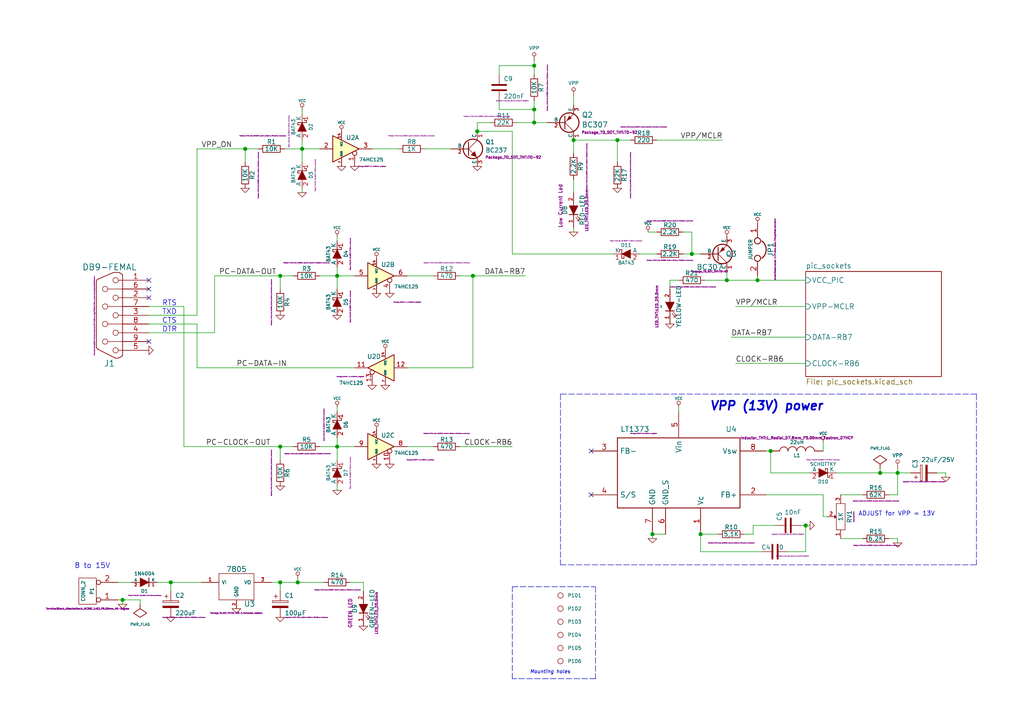
<source format=kicad_sch>
(kicad_sch (version 20241209) (generator "eeschema") (generator_version "9.0")
  (paper "A4")
  (title_block (title "JDM - COM84 PIC Programmer with 13V DC/DC converter") (date "05 jan 2014") (rev "2") (company "KiCad"))
  (lib_symbols
    (symbol "pic_programmer_schlib:74LS125" (pin_names (offset 0.254))
      (property "Reference" "U" (at 5.08 3.81 0))
      (property "Value" "74LS125" (at 7.62 -2.54 0))
      (symbol "74LS125_0_0"
        (pin power_in line (at -1.27 5.08 270) (length 2.54) (name "VCC") (number "14"))
        (pin power_in line (at -1.27 -5.08 90) (length 2.54) (name "GND") (number "7"))
      )
      (symbol "74LS125_1_0"
        (pin input line (at -7.62 0 0) (length 3.81) (name "~") (number "2"))
        (pin input inverted (at 2.54 -5.08 90) (length 4.445) (name "~") (number "1"))
        (pin tri_state line (at 7.62 0 180) (length 3.81) (name "~") (number "3"))
      )
      (symbol "74LS125_2_0"
        (pin input line (at -7.62 0 0) (length 3.81) (name "~") (number "5"))
        (pin input inverted (at 2.54 -5.08 90) (length 4.445) (name "~") (number "4"))
        (pin tri_state line (at 7.62 0 180) (length 3.81) (name "~") (number "6"))
      )
      (symbol "74LS125_3_0"
        (pin input line (at -7.62 0 0) (length 3.81) (name "~") (number "9"))
        (pin input inverted (at 2.54 -5.08 90) (length 4.445) (name "~") (number "10"))
        (pin tri_state line (at 7.62 0 180) (length 3.81) (name "~") (number "8"))
      )
      (symbol "74LS125_4_0"
        (pin input line (at -7.62 0 0) (length 3.81) (name "~") (number "12"))
        (pin input inverted (at 2.54 -5.08 90) (length 4.445) (name "~") (number "13"))
        (pin tri_state line (at 7.62 0 180) (length 3.81) (name "~") (number "11"))
      )
    )
    (symbol "pic_programmer_schlib:7805" (pin_names (offset 0.762))
      (property "Reference" "U" (at 3.81 -4.9784 0))
      (property "Value" "7805" (at 0 5.08 0))
      (symbol "7805_1_1"
        (pin input line (at -10.16 1.27 0) (length 5.08) (name "VI") (number "1"))
        (pin input line (at 0 -6.35 90) (length 2.54) (name "GND") (number "2"))
        (pin power_out line (at 10.16 1.27 180) (length 5.08) (name "VO") (number "3"))
      )
    )
    (symbol "pic_programmer_schlib:BC237" (pin_names (offset 0))
      (property "Reference" "Q" (at 0 -3.81 0))
      (property "Value" "BC237" (at 0 3.81 0))
      (property "Footprint" "Package_TO_SOT_THT:TO-92" (at -2.54 -5.08 0))
      (symbol "BC237_1_1"
        (pin input line (at -5.08 0 0) (length 5.08) (name "B") (number "2"))
        (pin passive line (at 2.54 5.08 270) (length 2.54) (name "C") (number "1"))
        (pin passive line (at 2.54 -5.08 90) (length 2.54) (name "E") (number "3"))
      )
    )
    (symbol "pic_programmer_schlib:BC307" (pin_names (offset 0))
      (property "Reference" "Q" (at -1.27 -3.81 0))
      (property "Value" "BC307" (at 0 3.81 0))
      (property "Footprint" "Package_TO_SOT_THT:TO-92" (at -2.54 -5.08 0))
      (symbol "BC307_1_1"
        (pin input line (at -5.08 0 0) (length 5.08) (name "B") (number "2"))
        (pin passive line (at 2.54 5.08 270) (length 2.54) (name "C") (number "1"))
        (pin passive line (at 2.54 -5.08 90) (length 2.54) (name "E") (number "3"))
      )
    )
    (symbol "pic_programmer_schlib:C" (pin_numbers (hide yes)) (pin_names (offset 0.254))
      (property "Reference" "C" (at 0.635 2.54 0))
      (property "Value" "C" (at 0.635 -2.54 0))
      (symbol "C_1_1"
        (pin passive line (at 0 3.81 270) (length 2.794) (name "~") (number "1"))
        (pin passive line (at 0 -3.81 90) (length 2.794) (name "~") (number "2"))
      )
    )
    (symbol "pic_programmer_schlib:CONN_2" (pin_names (offset 1.016) (hide yes))
      (property "Reference" "P" (at -1.27 0 90))
      (property "Value" "CONN_2" (at 1.27 0 90))
      (symbol "CONN_2_1_1"
        (pin passive inverted (at -8.89 2.54 0) (length 6.35) (name "P1") (number "1"))
        (pin passive inverted (at -8.89 -2.54 0) (length 6.35) (name "PM") (number "2"))
      )
    )
    (symbol "pic_programmer_schlib:CP" (pin_numbers (hide yes)) (pin_names (offset 0.254))
      (property "Reference" "C" (at 0.635 2.54 0))
      (property "Value" "CP" (at 0.635 -2.54 0))
      (symbol "CP_1_1"
        (pin passive line (at 0 3.81 270) (length 2.794) (name "~") (number "1"))
        (pin passive line (at 0 -3.81 90) (length 2.794) (name "~") (number "2"))
      )
    )
    (symbol "pic_programmer_schlib:D" (pin_names (offset 0))
      (property "Reference" "D" (at 0 2.54 0))
      (property "Value" "D" (at 0 -2.54 0))
      (symbol "D_1_1"
        (pin passive line (at -3.81 0 0) (length 2.54) (name "K") (number "1"))
        (pin passive line (at 3.81 0 180) (length 2.54) (name "A") (number "2"))
      )
    )
    (symbol "pic_programmer_schlib:DB9" (pin_names (offset 1.016) (hide yes))
      (property "Reference" "J" (at 0 13.97 0))
      (property "Value" "DB9" (at 0 -13.97 0))
      (symbol "DB9_1_1"
        (pin passive line (at -11.43 10.16 0) (length 7.62) (name "5") (number "5"))
        (pin passive line (at -11.43 7.62 0) (length 7.62) (name "P9") (number "9"))
        (pin passive line (at -11.43 5.08 0) (length 7.62) (name "4") (number "4"))
        (pin passive line (at -11.43 2.54 0) (length 7.62) (name "P8") (number "8"))
        (pin passive line (at -11.43 0 0) (length 7.62) (name "3") (number "3"))
        (pin passive line (at -11.43 -2.54 0) (length 7.62) (name "P7") (number "7"))
        (pin passive line (at -11.43 -5.08 0) (length 7.62) (name "2") (number "2"))
        (pin passive line (at -11.43 -7.62 0) (length 7.62) (name "P6") (number "6"))
        (pin passive line (at -11.43 -10.16 0) (length 7.62) (name "1") (number "1"))
      )
    )
    (symbol "pic_programmer_schlib:D_Schottky" (pin_names (offset 0))
      (property "Reference" "D" (at 0 2.54 0))
      (property "Value" "D_Schottky" (at 0 -2.54 0))
      (symbol "D_Schottky_1_1"
        (pin passive line (at -3.81 0 0) (length 2.54) (name "K") (number "1"))
        (pin passive line (at 3.81 0 180) (length 2.54) (name "A") (number "2"))
      )
    )
    (symbol "pic_programmer_schlib:GND" (power) (pin_names (offset 0))
      (symbol "GND_1_1"
        (pin power_in line (at 0 0 90) (length 0) (hide yes) (name "GND") (number "1"))
      )
    )
    (symbol "pic_programmer_schlib:INDUCTOR" (pin_numbers (hide yes)) (pin_names (offset 1.016) (hide yes))
      (property "Reference" "L" (at -1.27 0 90))
      (property "Value" "INDUCTOR" (at 2.54 0 90))
      (symbol "INDUCTOR_1_1"
        (pin passive line (at 0 7.62 270) (length 2.54) (name "1") (number "1"))
        (pin passive line (at 0 -7.62 90) (length 2.54) (name "2") (number "2"))
      )
    )
    (symbol "pic_programmer_schlib:JUMPER" (pin_names (offset 0.762) (hide yes))
      (property "Reference" "JP" (at 0 3.81 0))
      (property "Value" "JUMPER" (at 0 -2.032 0))
      (symbol "JUMPER_0_1"
        (pin passive line (at -7.62 0 0) (length 4.191) (name "1") (number "1"))
        (pin passive line (at 7.62 0 180) (length 4.191) (name "2") (number "2"))
      )
    )
    (symbol "pic_programmer_schlib:LED" (pin_names (offset 1.016) (hide yes))
      (property "Reference" "D" (at 0 2.54 0))
      (property "Value" "LED" (at 0 -2.54 0))
      (symbol "LED_1_1"
        (pin passive line (at -5.08 0 0) (length 3.81) (name "K") (number "1"))
        (pin passive line (at 5.08 0 180) (length 3.81) (name "A") (number "2"))
      )
    )
    (symbol "pic_programmer_schlib:LT1373" (pin_names (offset 0.762))
      (property "Reference" "U" (at 15.24 12.7 0))
      (property "Value" "LT1373" (at -12.7 12.7 0))
      (symbol "LT1373_1_1"
        (pin passive line (at -25.4 6.35 0) (length 7.62) (name "FB-") (number "3"))
        (pin passive line (at -25.4 -6.35 0) (length 7.62) (name "S/S") (number "4"))
        (pin input line (at -7.62 -17.78 90) (length 7.62) (name "GND") (number "7"))
        (pin input line (at -3.81 -17.78 90) (length 7.62) (name "GND_S") (number "6"))
        (pin power_in line (at 0 17.78 270) (length 7.62) (name "Vin") (number "5"))
        (pin input line (at 6.35 -17.78 90) (length 7.62) (name "Vc") (number "1"))
        (pin input line (at 25.4 6.35 180) (length 7.62) (name "Vsw") (number "8"))
        (pin input line (at 25.4 -6.35 180) (length 7.62) (name "FB+") (number "2"))
      )
    )
    (symbol "pic_programmer_schlib:MOUNTING_HOLE" (pin_numbers (hide yes)) (pin_names (offset 0.762) (hide yes))
      (property "Reference" "P" (at 2.032 0 0))
    )
    (symbol "pic_programmer_schlib:POT" (pin_names (offset 1.016) (hide yes))
      (property "Reference" "RV" (at 0 -2.54 0))
      (property "Value" "POT" (at 0 0 0))
      (symbol "POT_1_1"
        (pin passive line (at -6.35 0 0) (length 2.54) (name "1") (number "1"))
        (pin passive line (at 0 3.81 270) (length 2.032) (name "2") (number "2"))
        (pin passive line (at 6.35 0 180) (length 2.54) (name "3") (number "3"))
      )
    )
    (symbol "pic_programmer_schlib:PWR_FLAG" (power) (pin_numbers (hide yes)) (pin_names (offset 0) (hide yes))
      (property "Value" "PWR_FLAG" (at 0 4.572 0))
      (symbol "PWR_FLAG_0_0"
        (pin power_out line (at 0 0 90) (length 0) (name "pwr") (number "1"))
      )
    )
    (symbol "pic_programmer_schlib:R" (pin_numbers (hide yes)) (pin_names (offset 0))
      (property "Reference" "R" (at 2.032 0 90))
      (property "Value" "R" (at 0 0 90))
      (symbol "R_1_1"
        (pin passive line (at 0 3.81 270) (length 1.27) (name "~") (number "1"))
        (pin passive line (at 0 -3.81 90) (length 1.27) (name "~") (number "2"))
      )
    )
    (symbol "pic_programmer_schlib:VCC" (power) (pin_names (offset 0))
      (property "Value" "VCC" (at 0 2.54 0))
      (symbol "VCC_0_0"
        (pin power_in line (at 0 0 90) (length 0) (hide yes) (name "VCC") (number "1"))
      )
    )
    (symbol "pic_programmer_schlib:VPP" (pin_names (offset 0))
      (property "Value" "VPP" (at 0 3.81 0))
      (symbol "VPP_0_0"
        (pin power_in line (at 0 0 90) (length 0) (hide yes) (name "VPP") (number "1"))
      )
    )
  )
  (text "ADJUST for VPP = 13V" (at 248.92 149.86 0) (effects (font (size 1.27 1.27)) (justify left bottom)))
  (text "8 to 15V" (at 21.59 165.1 0) (effects (font (size 1.524 1.524)) (justify left bottom)))
  (text "VPP (13V) power" (at 205.74 119.38 0) (effects (font (size 2.54 2.54) (thickness 0.508) (bold yes) (italic yes)) (justify left bottom)))
  (text "RTS" (at 46.99 88.9 0) (effects (font (size 1.524 1.524)) (justify left bottom)))
  (text "TXD" (at 46.99 91.44 0) (effects (font (size 1.524 1.524)) (justify left bottom)))
  (text "CTS" (at 46.99 93.98 0) (effects (font (size 1.524 1.524)) (justify left bottom)))
  (text "DTR" (at 46.99 96.52 0) (effects (font (size 1.524 1.524)) (justify left bottom)))
  (text "Mounting holes" (at 153.67 195.58 0) (effects (font (size 1.016 1.016) (italic yes)) (justify left bottom)))
  (junction (at 81.28 80.01) (diameter 1.016))
  (junction (at 97.79 129.54) (diameter 1.016))
  (junction (at 179.07 40.64) (diameter 1.016))
  (junction (at 35.56 173.99) (diameter 1.016))
  (junction (at 255.27 137.16) (diameter 1.016))
  (junction (at 71.12 43.18) (diameter 1.016))
  (junction (at 260.35 137.16) (diameter 1.016))
  (junction (at 154.94 31.75) (diameter 1.016))
  (junction (at 87.63 43.18) (diameter 1.016))
  (junction (at 166.37 40.64) (diameter 1.016))
  (junction (at 203.2 154.94) (diameter 1.016))
  (junction (at 81.28 168.91) (diameter 1.016))
  (junction (at 86.36 168.91) (diameter 1.016))
  (junction (at 137.16 80.01) (diameter 1.016))
  (junction (at 223.52 130.81) (diameter 1.016))
  (junction (at 49.53 168.91) (diameter 1.016))
  (junction (at 97.79 80.01) (diameter 1.016))
  (junction (at 138.43 38.1) (diameter 1.016))
  (junction (at 154.94 35.56) (diameter 1.016))
  (junction (at 81.28 129.54) (diameter 1.016))
  (junction (at 219.71 81.28) (diameter 1.016))
  (junction (at 189.23 154.94) (diameter 1.016))
  (junction (at 200.66 73.66) (diameter 1.016))
  (junction (at 210.82 81.28) (diameter 1.016))
  (junction (at 233.68 152.4) (diameter 1.016))
  (junction (at 154.94 19.05) (diameter 1.016))
  (no_connect (at 171.45 130.81))
  (no_connect (at 43.18 81.28))
  (no_connect (at 43.18 86.36))
  (no_connect (at 43.18 99.06))
  (no_connect (at 43.18 83.82))
  (no_connect (at 171.45 143.51))
  (wire (pts (xy 87.63 43.18) (xy 87.63 46.99)))
  (polyline (pts (xy 172.72 196.85) (xy 148.59 196.85)) (stroke (width 0) (type dash)))
  (wire (pts (xy 97.79 129.54) (xy 102.87 129.54)))
  (wire (pts (xy 102.87 106.68) (xy 57.15 106.68)))
  (wire (pts (xy 250.19 156.21) (xy 243.84 156.21)))
  (wire (pts (xy 105.41 168.91) (xy 101.6 168.91)))
  (wire (pts (xy 57.15 106.68) (xy 57.15 93.98)))
  (wire (pts (xy 250.19 143.51) (xy 243.84 143.51)))
  (wire (pts (xy 38.1 168.91) (xy 34.29 168.91)))
  (wire (pts (xy 234.95 137.16) (xy 223.52 137.16)))
  (wire (pts (xy 166.37 66.04) (xy 166.37 67.31)))
  (wire (pts (xy 133.35 80.01) (xy 137.16 80.01)))
  (wire (pts (xy 260.35 137.16) (xy 260.35 143.51)))
  (wire (pts (xy 208.28 154.94) (xy 203.2 154.94)))
  (wire (pts (xy 138.43 35.56) (xy 142.24 35.56)))
  (wire (pts (xy 255.27 137.16) (xy 260.35 137.16)))
  (wire (pts (xy 260.35 156.21) (xy 260.35 157.48)))
  (wire (pts (xy 200.66 73.66) (xy 200.66 67.31)))
  (wire (pts (xy 92.71 129.54) (xy 97.79 129.54)))
  (wire (pts (xy 200.66 67.31) (xy 198.12 67.31)))
  (wire (pts (xy 130.81 43.18) (xy 123.19 43.18)))
  (wire (pts (xy 97.79 68.58) (xy 97.79 69.85)))
  (wire (pts (xy 86.36 168.91) (xy 86.36 167.64)))
  (wire (pts (xy 35.56 173.99) (xy 40.64 173.99)))
  (wire (pts (xy 274.32 137.16) (xy 274.32 138.43)))
  (wire (pts (xy 179.07 46.99) (xy 179.07 40.64)))
  (wire (pts (xy 232.41 152.4) (xy 233.68 152.4)))
  (wire (pts (xy 271.78 137.16) (xy 274.32 137.16)))
  (wire (pts (xy 189.23 154.94) (xy 193.04 154.94)))
  (wire (pts (xy 198.12 73.66) (xy 200.66 73.66)))
  (wire (pts (xy 43.18 93.98) (xy 57.15 93.98)))
  (wire (pts (xy 138.43 35.56) (xy 138.43 38.1)))
  (wire (pts (xy 144.78 19.05) (xy 154.94 19.05)))
  (wire (pts (xy 57.15 91.44) (xy 43.18 91.44)))
  (wire (pts (xy 233.68 152.4) (xy 234.95 152.4)))
  (wire (pts (xy 81.28 80.01) (xy 85.09 80.01)))
  (wire (pts (xy 138.43 38.1) (xy 148.59 38.1)))
  (wire (pts (xy 148.59 73.66) (xy 177.8 73.66)))
  (wire (pts (xy 35.56 175.26) (xy 35.56 173.99)))
  (wire (pts (xy 137.16 80.01) (xy 152.4 80.01)))
  (wire (pts (xy 81.28 168.91) (xy 86.36 168.91)))
  (wire (pts (xy 233.68 105.41) (xy 213.36 105.41)))
  (wire (pts (xy 238.76 149.86) (xy 238.76 143.51)))
  (wire (pts (xy 118.11 80.01) (xy 125.73 80.01)))
  (wire (pts (xy 204.47 81.28) (xy 210.82 81.28)))
  (wire (pts (xy 49.53 171.45) (xy 49.53 168.91)))
  (wire (pts (xy 210.82 81.28) (xy 210.82 78.74)))
  (wire (pts (xy 53.34 129.54) (xy 81.28 129.54)))
  (wire (pts (xy 78.74 168.91) (xy 81.28 168.91)))
  (wire (pts (xy 190.5 40.64) (xy 209.55 40.64)))
  (wire (pts (xy 154.94 29.21) (xy 154.94 31.75)))
  (wire (pts (xy 148.59 38.1) (xy 148.59 73.66)))
  (wire (pts (xy 210.82 81.28) (xy 219.71 81.28)))
  (wire (pts (xy 87.63 54.61) (xy 87.63 55.88)))
  (wire (pts (xy 187.96 67.31) (xy 190.5 67.31)))
  (wire (pts (xy 240.03 149.86) (xy 238.76 149.86)))
  (wire (pts (xy 194.31 83.82) (xy 194.31 81.28)))
  (wire (pts (xy 189.23 156.21) (xy 189.23 154.94)))
  (wire (pts (xy 115.57 43.18) (xy 107.95 43.18)))
  (wire (pts (xy 238.76 128.27) (xy 238.76 130.81)))
  (wire (pts (xy 34.29 173.99) (xy 35.56 173.99)))
  (wire (pts (xy 228.6 160.02) (xy 233.68 160.02)))
  (polyline (pts (xy 283.21 114.3) (xy 283.21 163.83)) (stroke (width 0) (type dash)))
  (wire (pts (xy 71.12 43.18) (xy 74.93 43.18)))
  (wire (pts (xy 260.35 137.16) (xy 264.16 137.16)))
  (wire (pts (xy 203.2 160.02) (xy 220.98 160.02)))
  (wire (pts (xy 166.37 30.48) (xy 166.37 27.94)))
  (wire (pts (xy 86.36 168.91) (xy 93.98 168.91)))
  (wire (pts (xy 219.71 81.28) (xy 233.68 81.28)))
  (wire (pts (xy 97.79 77.47) (xy 97.79 80.01)))
  (wire (pts (xy 57.15 43.18) (xy 71.12 43.18)))
  (wire (pts (xy 260.35 156.21) (xy 257.81 156.21)))
  (wire (pts (xy 233.68 160.02) (xy 233.68 152.4)))
  (wire (pts (xy 62.23 96.52) (xy 62.23 80.01)))
  (wire (pts (xy 53.34 88.9) (xy 43.18 88.9)))
  (wire (pts (xy 62.23 96.52) (xy 43.18 96.52)))
  (wire (pts (xy 213.36 88.9) (xy 233.68 88.9)))
  (wire (pts (xy 212.09 97.79) (xy 233.68 97.79)))
  (wire (pts (xy 154.94 31.75) (xy 154.94 35.56)))
  (polyline (pts (xy 148.59 196.85) (xy 148.59 170.18)) (stroke (width 0) (type dash)))
  (wire (pts (xy 149.86 35.56) (xy 154.94 35.56)))
  (wire (pts (xy 87.63 33.02) (xy 87.63 31.75)))
  (wire (pts (xy 137.16 106.68) (xy 137.16 80.01)))
  (wire (pts (xy 218.44 152.4) (xy 218.44 154.94)))
  (wire (pts (xy 144.78 19.05) (xy 144.78 21.59)))
  (wire (pts (xy 57.15 43.18) (xy 57.15 91.44)))
  (wire (pts (xy 200.66 73.66) (xy 203.2 73.66)))
  (wire (pts (xy 144.78 31.75) (xy 154.94 31.75)))
  (wire (pts (xy 45.72 168.91) (xy 49.53 168.91)))
  (polyline (pts (xy 172.72 170.18) (xy 172.72 196.85)) (stroke (width 0) (type dash)))
  (wire (pts (xy 219.71 81.28) (xy 219.71 80.01)))
  (wire (pts (xy 223.52 137.16) (xy 223.52 130.81)))
  (wire (pts (xy 81.28 129.54) (xy 85.09 129.54)))
  (wire (pts (xy 148.59 129.54) (xy 133.35 129.54)))
  (wire (pts (xy 97.79 80.01) (xy 97.79 83.82)))
  (wire (pts (xy 97.79 80.01) (xy 102.87 80.01)))
  (wire (pts (xy 154.94 17.78) (xy 154.94 19.05)))
  (wire (pts (xy 166.37 40.64) (xy 179.07 40.64)))
  (wire (pts (xy 203.2 154.94) (xy 203.2 160.02)))
  (wire (pts (xy 87.63 43.18) (xy 92.71 43.18)))
  (wire (pts (xy 260.35 143.51) (xy 257.81 143.51)))
  (wire (pts (xy 194.31 81.28) (xy 196.85 81.28)))
  (wire (pts (xy 166.37 40.64) (xy 166.37 44.45)))
  (wire (pts (xy 179.07 40.64) (xy 182.88 40.64)))
  (wire (pts (xy 105.41 171.45) (xy 105.41 168.91)))
  (wire (pts (xy 81.28 133.35) (xy 81.28 129.54)))
  (polyline (pts (xy 162.56 163.83) (xy 283.21 163.83)) (stroke (width 0) (type dash)))
  (wire (pts (xy 260.35 135.89) (xy 260.35 137.16)))
  (wire (pts (xy 53.34 129.54) (xy 53.34 88.9)))
  (wire (pts (xy 81.28 83.82) (xy 81.28 80.01)))
  (wire (pts (xy 154.94 35.56) (xy 158.75 35.56)))
  (wire (pts (xy 62.23 80.01) (xy 81.28 80.01)))
  (wire (pts (xy 87.63 40.64) (xy 87.63 43.18)))
  (wire (pts (xy 190.5 73.66) (xy 185.42 73.66)))
  (wire (pts (xy 81.28 168.91) (xy 81.28 171.45)))
  (wire (pts (xy 224.79 152.4) (xy 218.44 152.4)))
  (wire (pts (xy 255.27 135.89) (xy 255.27 137.16)))
  (polyline (pts (xy 162.56 114.3) (xy 162.56 163.83)) (stroke (width 0) (type dash)))
  (wire (pts (xy 97.79 142.24) (xy 97.79 140.97)))
  (wire (pts (xy 144.78 29.21) (xy 144.78 31.75)))
  (wire (pts (xy 118.11 106.68) (xy 137.16 106.68)))
  (wire (pts (xy 92.71 80.01) (xy 97.79 80.01)))
  (wire (pts (xy 82.55 43.18) (xy 87.63 43.18)))
  (wire (pts (xy 218.44 154.94) (xy 215.9 154.94)))
  (wire (pts (xy 166.37 52.07) (xy 166.37 55.88)))
  (wire (pts (xy 40.64 173.99) (xy 40.64 175.26)))
  (wire (pts (xy 125.73 129.54) (xy 118.11 129.54)))
  (wire (pts (xy 97.79 119.38) (xy 97.79 118.11)))
  (polyline (pts (xy 148.59 170.18) (xy 172.72 170.18)) (stroke (width 0) (type dash)))
  (wire (pts (xy 97.79 129.54) (xy 97.79 133.35)))
  (wire (pts (xy 97.79 127) (xy 97.79 129.54)))
  (wire (pts (xy 196.85 119.38) (xy 196.85 118.11)))
  (wire (pts (xy 242.57 137.16) (xy 255.27 137.16)))
  (wire (pts (xy 154.94 19.05) (xy 154.94 21.59)))
  (wire (pts (xy 223.52 130.81) (xy 222.25 130.81)))
  (wire (pts (xy 49.53 168.91) (xy 58.42 168.91)))
  (wire (pts (xy 71.12 46.99) (xy 71.12 43.18)))
  (wire (pts (xy 238.76 143.51) (xy 222.25 143.51)))
  (polyline (pts (xy 283.21 114.3) (xy 162.56 114.3)) (stroke (width 0) (type dash)))
  (label "DATA-RB7" (at 152.4 80.01 180) (effects (font (size 1.524 1.524))))
  (label "CLOCK-RB6" (at 148.59 129.54 180) (effects (font (size 1.524 1.524))))
  (label "PC-DATA-IN" (at 68.58 106.68 0) (effects (font (size 1.524 1.524))))
  (label "CLOCK-RB6" (at 213.36 105.41 0) (effects (font (size 1.524 1.524))))
  (label "PC-DATA-OUT" (at 63.5 80.01 0) (effects (font (size 1.524 1.524))))
  (label "VPP{slash}MCLR" (at 209.55 40.64 180) (effects (font (size 1.524 1.524))))
  (label "VPP_ON" (at 58.42 43.18 0) (effects (font (size 1.524 1.524))))
  (label "PC-CLOCK-OUT" (at 59.69 129.54 0) (effects (font (size 1.524 1.524))))
  (label "VPP/MCLR" (at 213.36 88.9 0) (effects (font (size 1.524 1.524))))
  (label "DATA-RB7" (at 212.09 97.79 0) (effects (font (size 1.524 1.524))))
  (symbol (lib_id "pic_programmer_schlib:DB9") (at 31.75 91.44 180) (unit 1)
    (property "Reference" "J1" (at 31.75 105.41 0) (effects (font (size 1.778 1.778))))
    (property "Value" "DB9-FEMAL" (at 31.75 77.47 0) (effects (font (size 1.778 1.778))))
    (property "Footprint" "Connector_Dsub:DSUB-9_Female_Horizontal_P2.77x2.84mm_EdgePinOffset7.70mm_Housed_MountingHolesOffset9.12mm" (at 27.3812 91.5416 90) (effects (font (size 0.254 0.254))))
  )
  (symbol (lib_id "pic_programmer_schlib:74LS125") (at 100.33 43.18 0) (unit 1)
    (property "Reference" "U2" (at 100.33 40.64 0) (effects (justify left bottom)))
    (property "Value" "74HC125" (at 104.14 45.72 0) (effects (font (size 1.016 1.016)) (justify left top)))
    (property "Footprint" "Package_DIP:DIP-14_W7.62mm_LongPads" (at 107.95 48.26 0) (effects (font (size 0.254 0.254))))
  )
  (symbol (lib_id "pic_programmer_schlib:R") (at 78.74 43.18 90) (unit 1)
    (property "Reference" "R1" (at 78.74 41.148 90))
    (property "Value" "10K" (at 78.74 43.18 90))
    (property "Footprint" "Resistor_THT:R_Axial_DIN0207_L6.3mm_D2.5mm_P10.16mm_Horizontal" (at 76.2 39.37 90) (effects (font (size 0.254 0.254))))
  )
  (symbol (lib_id "pic_programmer_schlib:R") (at 71.12 50.8 0) (unit 1)
    (property "Reference" "R2" (at 73.152 50.8 90))
    (property "Value" "10K" (at 71.12 50.8 90))
    (property "Footprint" "Resistor_THT:R_Axial_DIN0207_L6.3mm_D2.5mm_P10.16mm_Horizontal" (at 74.93 50.8 90) (effects (font (size 0.254 0.254))))
  )
  (symbol (lib_id "pic_programmer_schlib:D_Schottky") (at 87.63 36.83 270) (unit 1)
    (property "Reference" "D2" (at 90.17 36.83 0) (effects (font (size 1.016 1.016))))
    (property "Value" "BAT43" (at 85.09 36.83 0) (effects (font (size 1.016 1.016))))
    (property "Footprint" "Diode_THT:D_DO-35_SOD27_P7.62mm_Horizontal" (at 83.82 38.1 0) (effects (font (size 0.254 0.254))))
  )
  (symbol (lib_id "pic_programmer_schlib:D_Schottky") (at 87.63 50.8 270) (unit 1)
    (property "Reference" "D3" (at 90.17 50.8 0) (effects (font (size 1.016 1.016))))
    (property "Value" "BAT43" (at 85.09 50.8 0) (effects (font (size 1.016 1.016))))
    (property "Footprint" "Diode_THT:D_DO-35_SOD27_P7.62mm_Horizontal" (at 91.44 50.8 0) (effects (font (size 0.254 0.254))))
  )
  (symbol (lib_id "pic_programmer_schlib:GND") (at 102.87 48.26 0) (unit 1)
    (property "Reference" "#PWR035" (effects (hide yes)))
    (property "Value" "GND" (effects (hide yes)))
  )
  (symbol (lib_id "pic_programmer_schlib:GND") (at 87.63 55.88 0) (unit 1)
    (property "Reference" "#PWR034" (effects (hide yes)))
    (property "Value" "GND" (effects (hide yes)))
  )
  (symbol (lib_id "pic_programmer_schlib:VCC") (at 87.63 31.75 0) (unit 1)
    (property "Reference" "#PWR033" (effects (hide yes)))
    (property "Value" "VCC" (at 87.63 29.21 0) (effects (font (size 0.762 0.762))))
  )
  (symbol (lib_id "pic_programmer_schlib:74LS125") (at 110.49 80.01 0) (unit 2)
    (property "Reference" "U2" (at 110.49 77.47 0) (effects (justify left bottom)))
    (property "Value" "74HC125" (at 114.3 82.55 0) (effects (font (size 1.016 1.016)) (justify left top)))
    (property "Footprint" "Package_DIP:DIP-14_W7.62mm_LongPads" (at 118.11 87.63 0) (effects (font (size 0.254 0.254))))
  )
  (symbol (lib_id "pic_programmer_schlib:R") (at 88.9 80.01 90) (unit 1)
    (property "Reference" "R3" (at 88.9 77.978 90))
    (property "Value" "10K" (at 88.9 80.01 90))
    (property "Footprint" "Resistor_THT:R_Axial_DIN0207_L6.3mm_D2.5mm_P10.16mm_Horizontal" (at 88.9 76.2 90) (effects (font (size 0.254 0.254))))
  )
  (symbol (lib_id "pic_programmer_schlib:R") (at 81.28 87.63 0) (unit 1)
    (property "Reference" "R4" (at 83.312 87.63 90))
    (property "Value" "10K" (at 81.28 87.63 90))
    (property "Footprint" "Resistor_THT:R_Axial_DIN0207_L6.3mm_D2.5mm_P10.16mm_Horizontal" (at 78.74 87.63 90) (effects (font (size 0.254 0.254))))
  )
  (symbol (lib_id "pic_programmer_schlib:D_Schottky") (at 97.79 73.66 270) (unit 1)
    (property "Reference" "D4" (at 100.33 73.66 0) (effects (font (size 1.016 1.016))))
    (property "Value" "BAT43" (at 95.25 73.66 0) (effects (font (size 1.016 1.016))))
    (property "Footprint" "Diode_THT:D_DO-35_SOD27_P7.62mm_Horizontal" (at 101.6 73.66 0) (effects (font (size 0.254 0.254))))
  )
  (symbol (lib_id "pic_programmer_schlib:D_Schottky") (at 97.79 87.63 270) (unit 1)
    (property "Reference" "D5" (at 100.33 87.63 0) (effects (font (size 1.016 1.016))))
    (property "Value" "BAT43" (at 95.25 87.63 0) (effects (font (size 1.016 1.016))))
    (property "Footprint" "Diode_THT:D_DO-35_SOD27_P7.62mm_Horizontal" (at 101.6 88.9 0) (effects (font (size 0.254 0.254))))
  )
  (symbol (lib_id "pic_programmer_schlib:GND") (at 113.03 85.09 0) (unit 1)
    (property "Reference" "#PWR032" (effects (hide yes)))
    (property "Value" "GND" (effects (hide yes)))
  )
  (symbol (lib_id "pic_programmer_schlib:GND") (at 97.79 91.44 0) (unit 1)
    (property "Reference" "#PWR031" (effects (hide yes)))
    (property "Value" "GND" (effects (hide yes)))
  )
  (symbol (lib_id "pic_programmer_schlib:VCC") (at 97.79 68.58 0) (unit 1)
    (property "Reference" "#PWR030" (effects (hide yes)))
    (property "Value" "VCC" (at 97.79 66.04 0) (effects (font (size 0.762 0.762))))
  )
  (symbol (lib_id "pic_programmer_schlib:74LS125") (at 110.49 129.54 0) (unit 3)
    (property "Reference" "U2" (at 110.49 127 0) (effects (justify left bottom)))
    (property "Value" "74HC125" (at 114.3 130.81 0) (effects (font (size 1.016 1.016)) (justify left top)))
    (property "Footprint" "Package_DIP:DIP-14_W7.62mm_LongPads" (at 121.92 133.35 0) (effects (font (size 0.254 0.254))))
  )
  (symbol (lib_id "pic_programmer_schlib:R") (at 88.9 129.54 90) (unit 1)
    (property "Reference" "R5" (at 88.9 127.508 90))
    (property "Value" "10K" (at 88.9 129.54 90))
    (property "Footprint" "Resistor_THT:R_Axial_DIN0207_L6.3mm_D2.5mm_P10.16mm_Horizontal" (at 89.2048 131.572 90) (effects (font (size 0.254 0.254))))
  )
  (symbol (lib_id "pic_programmer_schlib:R") (at 81.28 137.16 0) (unit 1)
    (property "Reference" "R6" (at 83.312 137.16 90))
    (property "Value" "10K" (at 81.28 137.16 90))
    (property "Footprint" "Resistor_THT:R_Axial_DIN0207_L6.3mm_D2.5mm_P10.16mm_Horizontal" (at 78.74 137.16 90) (effects (font (size 0.254 0.254))))
  )
  (symbol (lib_id "pic_programmer_schlib:D_Schottky") (at 97.79 123.19 270) (unit 1)
    (property "Reference" "D6" (at 100.33 123.19 0) (effects (font (size 1.016 1.016))))
    (property "Value" "BAT43" (at 95.25 123.19 0) (effects (font (size 1.016 1.016))))
    (property "Footprint" "Diode_THT:D_DO-35_SOD27_P7.62mm_Horizontal" (at 93.98 123.19 0) (effects (font (size 0.254 0.254))))
  )
  (symbol (lib_id "pic_programmer_schlib:D_Schottky") (at 97.79 137.16 270) (unit 1)
    (property "Reference" "D7" (at 100.33 137.16 0) (effects (font (size 1.016 1.016))))
    (property "Value" "BAT43" (at 95.25 137.16 0) (effects (font (size 1.016 1.016))))
    (property "Footprint" "Diode_THT:D_DO-35_SOD27_P7.62mm_Horizontal" (at 101.6 137.16 0) (effects (font (size 0.254 0.254))))
  )
  (symbol (lib_id "pic_programmer_schlib:GND") (at 113.03 134.62 0) (unit 1)
    (property "Reference" "#PWR029" (effects (hide yes)))
    (property "Value" "GND" (effects (hide yes)))
  )
  (symbol (lib_id "pic_programmer_schlib:GND") (at 97.79 142.24 0) (unit 1)
    (property "Reference" "#PWR028" (effects (hide yes)))
    (property "Value" "GND" (effects (hide yes)))
  )
  (symbol (lib_id "pic_programmer_schlib:VCC") (at 97.79 118.11 0) (unit 1)
    (property "Reference" "#PWR027" (effects (hide yes)))
    (property "Value" "VCC" (at 97.79 115.57 0) (effects (font (size 0.762 0.762))))
  )
  (symbol (lib_id "pic_programmer_schlib:74LS125") (at 110.49 106.68 0) (mirror y) (unit 4)
    (property "Reference" "U2" (at 110.49 104.14 0) (effects (justify left bottom)))
    (property "Value" "74HC125" (at 105.41 110.49 0) (effects (font (size 1.016 1.016)) (justify left top)))
    (property "Footprint" "Package_DIP:DIP-14_W7.62mm_LongPads" (at 101.6 109.22 0) (effects (font (size 0.254 0.254))))
  )
  (symbol (lib_id "pic_programmer_schlib:GND") (at 107.95 111.76 0) (unit 1)
    (property "Reference" "#PWR026" (effects (hide yes)))
    (property "Value" "GND" (effects (hide yes)))
  )
  (symbol (lib_id "pic_programmer_schlib:R") (at 129.54 80.01 90) (unit 1)
    (property "Reference" "R12" (at 129.54 77.978 90))
    (property "Value" "470" (at 129.54 80.01 90))
    (property "Footprint" "Resistor_THT:R_Axial_DIN0207_L6.3mm_D2.5mm_P10.16mm_Horizontal" (at 129.54 76.2 90) (effects (font (size 0.254 0.254))))
  )
  (symbol (lib_id "pic_programmer_schlib:R") (at 129.54 129.54 90) (unit 1)
    (property "Reference" "R13" (at 129.54 127.508 90))
    (property "Value" "470" (at 129.54 129.54 90))
    (property "Footprint" "Resistor_THT:R_Axial_DIN0207_L6.3mm_D2.5mm_P10.16mm_Horizontal" (at 129.54 125.73 90) (effects (font (size 0.254 0.254))))
  )
  (symbol (lib_id "pic_programmer_schlib:R") (at 119.38 43.18 90) (unit 1)
    (property "Reference" "R8" (at 119.38 41.148 90))
    (property "Value" "1K" (at 119.38 43.18 90))
    (property "Footprint" "Resistor_THT:R_Axial_DIN0207_L6.3mm_D2.5mm_P10.16mm_Horizontal" (at 119.38 39.37 90) (effects (font (size 0.254 0.254))))
  )
  (symbol (lib_id "pic_programmer_schlib:GND") (at 81.28 91.44 0) (unit 1)
    (property "Reference" "#PWR025" (effects (hide yes)))
    (property "Value" "GND" (effects (hide yes)))
  )
  (symbol (lib_id "pic_programmer_schlib:GND") (at 81.28 140.97 0) (unit 1)
    (property "Reference" "#PWR024" (effects (hide yes)))
    (property "Value" "GND" (effects (hide yes)))
  )
  (symbol (lib_id "pic_programmer_schlib:GND") (at 71.12 54.61 0) (unit 1)
    (property "Reference" "#PWR023" (effects (hide yes)))
    (property "Value" "GND" (effects (hide yes)))
  )
  (symbol (lib_id "pic_programmer_schlib:GND") (at 43.18 101.6 90) (unit 1)
    (property "Reference" "#PWR022" (effects (hide yes)))
    (property "Value" "GND" (effects (hide yes)))
  )
  (symbol (lib_id "pic_programmer_schlib:BC237") (at 135.89 43.18 0) (unit 1)
    (property "Reference" "Q1" (at 140.7668 41.1642 0) (effects (justify left)))
    (property "Value" "BC237" (at 140.7668 43.5885 0) (effects (justify left)))
    (property "Footprint" "Package_TO_SOT_THT:TO-92" (at 140.7668 45.6043 0) (effects (font (size 0.762 0.762)) (justify left)))
  )
  (symbol (lib_id "pic_programmer_schlib:GND") (at 138.43 48.26 0) (unit 1)
    (property "Reference" "#PWR021" (effects (hide yes)))
    (property "Value" "GND" (effects (hide yes)))
  )
  (symbol (lib_id "pic_programmer_schlib:R") (at 146.05 35.56 90) (unit 1)
    (property "Reference" "R11" (at 146.05 33.528 90))
    (property "Value" "22K" (at 146.05 35.56 90))
    (property "Footprint" "Resistor_THT:R_Axial_DIN0207_L6.3mm_D2.5mm_P10.16mm_Horizontal" (at 141.1986 33.7566 90) (effects (font (size 0.254 0.254))))
  )
  (symbol (lib_id "pic_programmer_schlib:R") (at 154.94 25.4 0) (unit 1)
    (property "Reference" "R7" (at 156.972 25.4 90))
    (property "Value" "10K" (at 154.94 25.4 90))
    (property "Footprint" "Resistor_THT:R_Axial_DIN0207_L6.3mm_D2.5mm_P10.16mm_Horizontal" (at 158.75 25.4 90) (effects (font (size 0.254 0.254))))
  )
  (symbol (lib_id "pic_programmer_schlib:BC307") (at 163.83 35.56 0) (mirror x) (unit 1)
    (property "Reference" "Q2" (at 168.7068 33.3399 0) (effects (font (size 1.524 1.524)) (justify left)))
    (property "Value" "BC307" (at 168.7068 36.1728 0) (effects (font (size 1.524 1.524)) (justify left)))
    (property "Footprint" "Package_TO_SOT_THT:TO-92" (at 168.7068 38.3929 0) (effects (font (size 0.762 0.762)) (justify left)))
  )
  (symbol (lib_id "pic_programmer_schlib:VPP") (at 154.94 17.78 0) (unit 1)
    (property "Reference" "#PWR122" (effects (hide yes)))
    (property "Value" "VPP" (at 154.94 13.97 0) (effects (font (size 1.016 1.016))))
  )
  (symbol (lib_id "pic_programmer_schlib:VPP") (at 166.37 27.94 0) (unit 1)
    (property "Reference" "#PWR123" (effects (hide yes)))
    (property "Value" "VPP" (at 166.37 24.13 0) (effects (font (size 1.016 1.016))))
  )
  (symbol (lib_id "pic_programmer_schlib:R") (at 166.37 48.26 0) (unit 1)
    (property "Reference" "R9" (at 168.402 48.26 90))
    (property "Value" "2.2K" (at 166.37 48.26 90))
    (property "Footprint" "Resistor_THT:R_Axial_DIN0207_L6.3mm_D2.5mm_P10.16mm_Horizontal" (at 170.18 48.26 90) (effects (font (size 0.254 0.254))))
  )
  (symbol (lib_id "pic_programmer_schlib:LED") (at 166.37 60.96 90) (unit 1)
    (property "Reference" "D8" (at 163.83 60.96 0))
    (property "Value" "RED-LED" (at 168.91 60.96 0))
    (property "Footprint" "LED_THT:LED_D5.0mm" (at 170.18 60.96 0) (effects (font (size 0.762 0.762))))
    (property "Champ4" "Low Current Led" (at 162.56 59.69 0) (effects (font (size 1.016 1.016))))
  )
  (symbol (lib_id "pic_programmer_schlib:CONN_2") (at 25.4 171.45 180) (unit 1)
    (property "Reference" "P1" (at 26.67 171.45 90) (effects (font (size 1.016 1.016))))
    (property "Value" "CONN_2" (at 24.13 171.45 90) (effects (font (size 1.016 1.016))))
    (property "Footprint" "TerminalBlock_Altech:Altech_AK300_1x02_P5.00mm_45-Degree" (at 25.4 176.53 0) (effects (font (size 0.508 0.508))))
  )
  (symbol (lib_id "pic_programmer_schlib:D") (at 41.91 168.91 180) (unit 1)
    (property "Reference" "D1" (at 41.91 171.45 0) (effects (font (size 1.016 1.016))))
    (property "Value" "1N4004" (at 41.91 166.37 0) (effects (font (size 1.016 1.016))))
    (property "Footprint" "Diode_THT:D_DO-35_SOD27_P12.70mm_Horizontal" (at 42.0116 172.72 0) (effects (font (size 0.254 0.254))))
  )
  (symbol (lib_id "pic_programmer_schlib:GND") (at 35.56 175.26 0) (unit 1)
    (property "Reference" "#PWR020" (effects (hide yes)))
    (property "Value" "GND" (effects (hide yes)))
  )
  (symbol (lib_id "pic_programmer_schlib:CP") (at 49.53 175.26 0) (unit 1)
    (property "Reference" "C2" (at 50.8 172.72 0) (effects (justify left)))
    (property "Value" "220uF" (at 50.8 177.8 0) (effects (justify left)))
    (property "Footprint" "Capacitor_THT:CP_Axial_L18.0mm_D6.5mm_P25.00mm_Horizontal" (at 53.34 179.07 0) (effects (font (size 0.254 0.254))))
  )
  (symbol (lib_id "pic_programmer_schlib:GND") (at 49.53 179.07 0) (unit 1)
    (property "Reference" "#PWR019" (effects (hide yes)))
    (property "Value" "GND" (effects (hide yes)))
  )
  (symbol (lib_id "pic_programmer_schlib:GND") (at 68.58 176.53 0) (unit 1)
    (property "Reference" "#PWR018" (effects (hide yes)))
    (property "Value" "GND" (effects (hide yes)))
  )
  (symbol (lib_id "pic_programmer_schlib:CP") (at 81.28 175.26 0) (unit 1)
    (property "Reference" "C1" (at 82.55 172.72 0) (effects (justify left)))
    (property "Value" "100µF" (at 82.55 177.8 0) (effects (justify left)))
    (property "Footprint" "Capacitor_THT:CP_Axial_L18.0mm_D6.5mm_P25.00mm_Horizontal" (at 88.9 179.07 0) (effects (font (size 0.254 0.254))))
  )
  (symbol (lib_id "pic_programmer_schlib:GND") (at 81.28 179.07 0) (unit 1)
    (property "Reference" "#PWR017" (effects (hide yes)))
    (property "Value" "GND" (effects (hide yes)))
  )
  (symbol (lib_id "pic_programmer_schlib:R") (at 97.79 168.91 90) (unit 1)
    (property "Reference" "R14" (at 97.79 166.878 90))
    (property "Value" "470" (at 97.79 168.91 90))
    (property "Footprint" "Resistor_THT:R_Axial_DIN0207_L6.3mm_D2.5mm_P10.16mm_Horizontal" (at 97.917 171.069 90) (effects (font (size 0.254 0.254))))
  )
  (symbol (lib_id "pic_programmer_schlib:LED") (at 105.41 176.53 90) (unit 1)
    (property "Reference" "D9" (at 102.87 176.53 0))
    (property "Value" "GREEN-LED" (at 107.95 176.53 0))
    (property "Footprint" "LED_THT:LED_D5.0mm" (at 109.22 177.8 0) (effects (font (size 0.762 0.762))))
    (property "Champ4" "GREEN LED" (at 101.6 177.8 0) (effects (font (size 1.016 1.016))))
  )
  (symbol (lib_id "pic_programmer_schlib:GND") (at 105.41 181.61 0) (unit 1)
    (property "Reference" "#PWR016" (effects (hide yes)))
    (property "Value" "GND" (effects (hide yes)))
  )
  (symbol (lib_id "pic_programmer_schlib:VCC") (at 86.36 167.64 0) (unit 1)
    (property "Reference" "#PWR015" (effects (hide yes)))
    (property "Value" "VCC" (at 86.36 165.1 0) (effects (font (size 0.762 0.762))))
  )
  (symbol (lib_id "pic_programmer_schlib:R") (at 179.07 50.8 0) (unit 1)
    (property "Reference" "R17" (at 181.102 50.8 90))
    (property "Value" "22K" (at 179.07 50.8 90))
    (property "Footprint" "Resistor_THT:R_Axial_DIN0207_L6.3mm_D2.5mm_P10.16mm_Horizontal" (at 182.88 50.8 90) (effects (font (size 0.254 0.254))))
  )
  (symbol (lib_id "pic_programmer_schlib:GND") (at 179.07 54.61 0) (unit 1)
    (property "Reference" "#PWR014" (effects (hide yes)))
    (property "Value" "GND" (effects (hide yes)))
  )
  (symbol (lib_id "pic_programmer_schlib:INDUCTOR") (at 231.14 130.81 90) (unit 1)
    (property "Reference" "L1" (at 231.14 132.08 90) (effects (font (size 1.016 1.016))))
    (property "Value" "22uH" (at 231.14 128.27 90) (effects (font (size 1.016 1.016))))
    (property "Footprint" "Inductor_THT:L_Radial_D7.8mm_P5.00mm_Fastron_07HCP" (at 231.14 127 90) (effects (font (size 0.762 0.762))))
  )
  (symbol (lib_id "pic_programmer_schlib:VCC") (at 196.85 118.11 0) (unit 1)
    (property "Reference" "#PWR013" (effects (hide yes)))
    (property "Value" "VCC" (at 196.85 115.57 0) (effects (font (size 0.762 0.762))))
  )
  (symbol (lib_id "pic_programmer_schlib:GND") (at 189.23 156.21 0) (unit 1)
    (property "Reference" "#PWR012" (effects (hide yes)))
    (property "Value" "GND" (effects (hide yes)))
  )
  (symbol (lib_id "pic_programmer_schlib:VPP") (at 260.35 135.89 0) (unit 1)
    (property "Reference" "#PWR134" (effects (hide yes)))
    (property "Value" "VPP" (at 260.35 132.08 0) (effects (font (size 1.016 1.016))))
  )
  (symbol (lib_id "pic_programmer_schlib:CP") (at 267.97 137.16 90) (unit 1)
    (property "Reference" "C3" (at 265.43 135.89 0) (effects (justify left)))
    (property "Value" "22uF/25V" (at 276.86 133.35 90) (effects (justify left)))
    (property "Footprint" "Capacitor_THT:C_Axial_L12.0mm_D6.5mm_P20.00mm_Horizontal" (at 267.97 139.7 90) (effects (font (size 0.254 0.254))))
  )
  (symbol (lib_id "pic_programmer_schlib:GND") (at 274.32 138.43 0) (unit 1)
    (property "Reference" "#PWR011" (effects (hide yes)))
    (property "Value" "GND" (effects (hide yes)))
  )
  (symbol (lib_id "pic_programmer_schlib:VCC") (at 238.76 128.27 0) (unit 1)
    (property "Reference" "#PWR010" (effects (hide yes)))
    (property "Value" "VCC" (at 238.76 125.73 0) (effects (font (size 0.762 0.762))))
  )
  (symbol (lib_id "pic_programmer_schlib:PWR_FLAG") (at 255.27 135.89 0) (unit 1)
    (property "Reference" "#FLG09" (effects (hide yes)))
    (property "Value" "PWR_FLAG" (at 255.27 130.048 0) (effects (font (size 0.762 0.762))))
  )
  (symbol (lib_id "pic_programmer_schlib:C") (at 228.6 152.4 90) (unit 1)
    (property "Reference" "C5" (at 226.06 151.13 0) (effects (justify left)))
    (property "Value" "10nF" (at 232.41 148.59 90) (effects (justify left)))
    (property "Footprint" "Capacitor_THT:C_Disc_D5.1mm_W3.2mm_P5.00mm" (at 228.6 154.94 90) (effects (font (size 0.254 0.254))))
  )
  (symbol (lib_id "pic_programmer_schlib:GND") (at 234.95 152.4 90) (unit 1)
    (property "Reference" "#PWR08" (effects (hide yes)))
    (property "Value" "GND" (effects (hide yes)))
  )
  (symbol (lib_id "pic_programmer_schlib:R") (at 254 156.21 90) (unit 1)
    (property "Reference" "R15" (at 254 154.178 90))
    (property "Value" "6.2K" (at 254 156.21 90))
    (property "Footprint" "Resistor_THT:R_Axial_DIN0207_L6.3mm_D2.5mm_P10.16mm_Horizontal" (at 254.2286 158.1912 90) (effects (font (size 0.254 0.254))))
  )
  (symbol (lib_id "pic_programmer_schlib:R") (at 254 143.51 90) (unit 1)
    (property "Reference" "R16" (at 254 141.478 90))
    (property "Value" "62K" (at 254 143.51 90))
    (property "Footprint" "Resistor_THT:R_Axial_DIN0207_L6.3mm_D2.5mm_P10.16mm_Horizontal" (at 254.0762 145.3134 90) (effects (font (size 0.254 0.254))))
  )
  (symbol (lib_id "pic_programmer_schlib:GND") (at 260.35 157.48 0) (unit 1)
    (property "Reference" "#PWR07" (effects (hide yes)))
    (property "Value" "GND" (effects (hide yes)))
  )
  (symbol (lib_id "pic_programmer_schlib:LT1373") (at 196.85 137.16 0) (unit 1)
    (property "Reference" "U4" (at 212.09 124.46 0) (effects (font (size 1.524 1.524))))
    (property "Value" "LT1373" (at 184.15 124.46 0) (effects (font (size 1.524 1.524))))
    (property "Footprint" "Package_DIP:DIP-8_W7.62mm_LongPads" (at 186.69 125.73 0) (effects (font (size 0.254 0.254))))
  )
  (symbol (lib_id "pic_programmer_schlib:C") (at 224.79 160.02 90) (unit 1)
    (property "Reference" "C4" (at 223.52 158.75 90) (effects (justify left)))
    (property "Value" "0" (at 227.33 158.75 90) (effects (justify left)))
    (property "Footprint" "Capacitor_THT:C_Disc_D5.1mm_W3.2mm_P5.00mm" (at 229.87 161.29 90) (effects (font (size 0.254 0.254))))
  )
  (symbol (lib_id "pic_programmer_schlib:R") (at 212.09 154.94 90) (unit 1)
    (property "Reference" "R10" (at 212.09 152.908 90))
    (property "Value" "5,1K" (at 212.09 154.94 90))
    (property "Footprint" "Resistor_THT:R_Axial_DIN0207_L6.3mm_D2.5mm_P10.16mm_Horizontal" (at 212.09 157.48 90) (effects (font (size 0.254 0.254))))
  )
  (symbol (lib_id "pic_programmer_schlib:D_Schottky") (at 238.76 137.16 180) (unit 1)
    (property "Reference" "D10" (at 238.76 139.7 0) (effects (font (size 1.016 1.016))))
    (property "Value" "SCHOTTKY" (at 238.76 134.62 0) (effects (font (size 1.016 1.016))))
    (property "Footprint" "Diode_THT:D_DO-35_SOD27_P12.70mm_Horizontal" (at 238.76 133.35 0) (effects (font (size 0.254 0.254))))
  )
  (symbol (lib_id "pic_programmer_schlib:PWR_FLAG") (at 40.64 175.26 180) (unit 1)
    (property "Reference" "#FLG06" (effects (hide yes)))
    (property "Value" "PWR_FLAG" (at 40.64 181.102 0) (effects (font (size 0.762 0.762))))
  )
  (symbol (lib_id "pic_programmer_schlib:GND") (at 166.37 67.31 0) (unit 1)
    (property "Reference" "#PWR05" (effects (hide yes)))
    (property "Value" "GND" (effects (hide yes)))
  )
  (symbol (lib_id "pic_programmer_schlib:R") (at 186.69 40.64 90) (unit 1)
    (property "Reference" "R18" (at 186.69 38.608 90))
    (property "Value" "220" (at 186.69 40.64 90))
    (property "Footprint" "Resistor_THT:R_Axial_DIN0207_L6.3mm_D2.5mm_P10.16mm_Horizontal" (at 186.69 36.83 90) (effects (font (size 0.254 0.254))))
  )
  (symbol (lib_id "pic_programmer_schlib:POT") (at 243.84 149.86 90) (unit 1)
    (property "Reference" "RV1" (at 246.38 149.86 0))
    (property "Value" "1K" (at 243.84 149.86 0))
    (property "Footprint" "footprints:RV2X4" (at 247.65 149.86 0) (effects (font (size 0.254 0.254))))
  )
  (symbol (lib_id "pic_programmer_schlib:VCC") (at 187.96 67.31 0) (unit 1)
    (property "Reference" "#PWR04" (effects (hide yes)))
    (property "Value" "VCC" (at 187.96 64.77 0) (effects (font (size 0.762 0.762))))
  )
  (symbol (lib_id "pic_programmer_schlib:BC307") (at 208.28 73.66 0) (mirror x) (unit 1)
    (property "Reference" "Q3" (at 212.09 73.66 0) (effects (font (size 1.524 1.524))))
    (property "Value" "BC307" (at 205.8416 77.47 0) (effects (font (size 1.524 1.524))))
    (property "Footprint" "Package_TO_SOT_THT:TO-92" (at 205.74 78.74 0) (effects (font (size 0.508 0.508))))
  )
  (symbol (lib_id "pic_programmer_schlib:R") (at 194.31 73.66 90) (unit 1)
    (property "Reference" "R19" (at 194.31 71.628 90))
    (property "Value" "2.2K" (at 194.31 73.66 90))
    (property "Footprint" "Resistor_THT:R_Axial_DIN0207_L6.3mm_D2.5mm_P10.16mm_Horizontal" (at 194.31 75.4888 90) (effects (font (size 0.254 0.254))))
  )
  (symbol (lib_id "pic_programmer_schlib:R") (at 194.31 67.31 90) (unit 1)
    (property "Reference" "R20" (at 194.31 65.278 90))
    (property "Value" "2.2K" (at 194.31 67.31 90))
    (property "Footprint" "Resistor_THT:R_Axial_DIN0207_L6.3mm_D2.5mm_P10.16mm_Horizontal" (at 194.31 64.0588 90) (effects (font (size 0.254 0.254))))
  )
  (symbol (lib_id "pic_programmer_schlib:R") (at 200.66 81.28 90) (unit 1)
    (property "Reference" "R21" (at 200.66 79.248 90))
    (property "Value" "470" (at 200.66 81.28 90))
    (property "Footprint" "Resistor_THT:R_Axial_DIN0207_L6.3mm_D2.5mm_P10.16mm_Horizontal" (at 200.9394 83.2104 90) (effects (font (size 0.254 0.254))))
  )
  (symbol (lib_id "pic_programmer_schlib:LED") (at 194.31 88.9 90) (unit 1)
    (property "Reference" "D12" (at 191.77 88.9 0) (effects (font (size 0.254 0.254))))
    (property "Value" "YELLOW-LED" (at 196.85 88.9 0))
    (property "Footprint" "LED_THT:LED_D5.0mm" (at 190.5 88.9 0) (effects (font (size 0.762 0.762))))
  )
  (symbol (lib_id "pic_programmer_schlib:GND") (at 194.31 93.98 0) (unit 1)
    (property "Reference" "#PWR03" (effects (hide yes)))
    (property "Value" "GND" (effects (hide yes)))
  )
  (symbol (lib_id "pic_programmer_schlib:VCC") (at 210.82 68.58 0) (unit 1)
    (property "Reference" "#PWR02" (effects (hide yes)))
    (property "Value" "VCC" (at 210.82 66.04 0) (effects (font (size 0.762 0.762))))
  )
  (symbol (lib_id "pic_programmer_schlib:D_Schottky") (at 181.61 73.66 0) (unit 1)
    (property "Reference" "D11" (at 181.61 71.12 0) (effects (font (size 1.016 1.016))))
    (property "Value" "BAT43" (at 181.61 76.2 0) (effects (font (size 1.016 1.016))))
    (property "Footprint" "Diode_THT:D_DO-35_SOD27_P7.62mm_Horizontal" (at 181.61 69.85 0) (effects (font (size 0.254 0.254))))
  )
  (symbol (lib_id "pic_programmer_schlib:JUMPER") (at 219.71 72.39 270) (unit 1) (exclude_from_sim yes) (in_bom no)
    (property "Reference" "JP1" (at 223.52 72.39 0) (effects (font (size 1.524 1.524))))
    (property "Value" "JUMPER" (at 217.678 72.39 0) (effects (font (size 1.016 1.016))))
    (property "Footprint" "Jumper:SolderJumper-2_P1.3mm_Open_TrianglePad1.0x1.5mm" (at 224.79 72.39 0) (effects (font (size 0.381 0.381))))
  )
  (symbol (lib_id "pic_programmer_schlib:VCC") (at 219.71 64.77 0) (unit 1)
    (property "Reference" "#PWR01" (effects (hide yes)))
    (property "Value" "VCC" (at 219.71 62.23 0) (effects (font (size 0.762 0.762))))
  )
  (symbol (lib_id "pic_programmer_schlib:C") (at 144.78 25.4 0) (unit 1)
    (property "Reference" "C9" (at 146.05 22.86 0) (effects (justify left)))
    (property "Value" "220nF" (at 146.05 27.94 0) (effects (justify left)))
    (property "Footprint" "Capacitor_THT:C_Disc_D5.1mm_W3.2mm_P5.00mm" (at 148.59 29.21 0) (effects (font (size 0.254 0.254))))
  )
  (symbol (lib_id "pic_programmer_schlib:MOUNTING_HOLE") (at 162.56 172.72 0) (unit 1) (exclude_from_sim yes) (in_bom no)
    (property "Reference" "P101" (at 164.592 172.72 0) (effects (font (size 1.016 1.016)) (justify left)))
    (property "Value" "CONN_1" (effects (hide yes)))
    (property "Footprint" "MountingHole:MountingHole_4.3mm_M4" (effects (hide yes)))
  )
  (symbol (lib_id "pic_programmer_schlib:MOUNTING_HOLE") (at 162.56 176.53 0) (unit 1) (exclude_from_sim yes) (in_bom no)
    (property "Reference" "P102" (at 164.592 176.53 0) (effects (font (size 1.016 1.016)) (justify left)))
    (property "Value" "CONN_1" (effects (hide yes)))
    (property "Footprint" "MountingHole:MountingHole_4.3mm_M4" (effects (hide yes)))
  )
  (symbol (lib_id "pic_programmer_schlib:MOUNTING_HOLE") (at 162.56 180.34 0) (unit 1) (exclude_from_sim yes) (in_bom no)
    (property "Reference" "P103" (at 164.592 180.34 0) (effects (font (size 1.016 1.016)) (justify left)))
    (property "Value" "CONN_1" (effects (hide yes)))
    (property "Footprint" "MountingHole:MountingHole_4.3mm_M4" (effects (hide yes)))
  )
  (symbol (lib_id "pic_programmer_schlib:MOUNTING_HOLE") (at 162.56 184.15 0) (unit 1) (exclude_from_sim yes) (in_bom no)
    (property "Reference" "P104" (at 164.592 184.15 0) (effects (font (size 1.016 1.016)) (justify left)))
    (property "Value" "CONN_1" (effects (hide yes)))
    (property "Footprint" "MountingHole:MountingHole_4.3mm_M4" (effects (hide yes)))
  )
  (symbol (lib_id "pic_programmer_schlib:MOUNTING_HOLE") (at 162.56 187.96 0) (unit 1) (exclude_from_sim yes) (in_bom no)
    (property "Reference" "P105" (at 164.592 187.96 0) (effects (font (size 1.016 1.016)) (justify left)))
    (property "Value" "CONN_1" (effects (hide yes)))
    (property "Footprint" "MountingHole:MountingHole_4.3mm_M4" (effects (hide yes)))
  )
  (symbol (lib_id "pic_programmer_schlib:MOUNTING_HOLE") (at 162.56 191.77 0) (unit 1) (exclude_from_sim yes) (in_bom no)
    (property "Reference" "P106" (at 164.592 191.77 0) (effects (font (size 1.016 1.016)) (justify left)))
    (property "Value" "CONN_1" (effects (hide yes)))
    (property "Footprint" "MountingHole:MountingHole_4.3mm_M4" (effects (hide yes)))
  )
  (symbol (lib_id "pic_programmer_schlib:GND") (at 109.22 85.09 0) (unit 1)
    (property "Reference" "#PWR047" (effects (hide yes)))
    (property "Value" "GND" (effects (hide yes)))
  )
  (symbol (lib_id "pic_programmer_schlib:GND") (at 111.76 111.76 0) (unit 1)
    (property "Reference" "#PWR048" (effects (hide yes)))
    (property "Value" "GND" (effects (hide yes)))
  )
  (symbol (lib_id "pic_programmer_schlib:GND") (at 109.22 134.62 0) (unit 1)
    (property "Reference" "#PWR049" (effects (hide yes)))
    (property "Value" "GND" (effects (hide yes)))
  )
  (symbol (lib_id "pic_programmer_schlib:VCC") (at 109.22 124.46 0) (unit 1)
    (property "Reference" "#PWR050" (effects (hide yes)))
    (property "Value" "VCC" (at 109.22 121.92 0) (effects (font (size 0.762 0.762))))
  )
  (symbol (lib_id "pic_programmer_schlib:VCC") (at 111.76 101.6 0) (unit 1)
    (property "Reference" "#PWR051" (effects (hide yes)))
    (property "Value" "VCC" (at 111.76 99.06 0) (effects (font (size 0.762 0.762))))
  )
  (symbol (lib_id "pic_programmer_schlib:VCC") (at 109.22 74.93 0) (unit 1)
    (property "Reference" "#PWR052" (effects (hide yes)))
    (property "Value" "VCC" (at 109.22 72.39 0) (effects (font (size 0.762 0.762))))
  )
  (symbol (lib_id "pic_programmer_schlib:GND") (at 99.06 48.26 0) (unit 1)
    (property "Reference" "#PWR06" (effects (hide yes)))
    (property "Value" "GND" (effects (hide yes)))
  )
  (symbol (lib_id "pic_programmer_schlib:VCC") (at 99.06 38.1 0) (unit 1)
    (property "Reference" "#PWR09" (effects (hide yes)))
    (property "Value" "VCC" (at 99.06 35.56 0) (effects (font (size 0.762 0.762))))
  )
  (symbol (lib_id "pic_programmer_schlib:7805") (at 68.58 170.18 0) (unit 1)
    (property "Reference" "U3" (at 72.39 175.1584 0) (effects (font (size 1.524 1.524))))
    (property "Value" "7805" (at 68.58 165.1 0) (effects (font (size 1.524 1.524))))
    (property "Footprint" "Package_TO_SOT_THT:TO-220-3_Horizontal_TabDown" (at 68.58 177.8 0) (effects (font (size 0.381 0.381))))
    (property "Datasheet" "www.st.com/resource/en/datasheet/l78.pdf" (effects (hide yes)))
  )
  (sheet (at 233.68 78.74) (size 39.37 30.48)
    (property "Sheetname" "pic_sockets" (at 233.68 77.9775 0) (effects (font (size 1.524 1.524)) (justify left bottom)))
    (property "Sheetfile" "pic_sockets.kicad_sch" (at 233.68 109.8301 0) (effects (font (size 1.524 1.524)) (justify left top)))
    (pin "VPP-MCLR" input (at 233.68 88.9 180) (effects (font (size 1.524 1.524))))
    (pin "CLOCK-RB6" input (at 233.68 105.41 180) (effects (font (size 1.524 1.524))))
    (pin "DATA-RB7" input (at 233.68 97.79 180) (effects (font (size 1.524 1.524))))
    (pin "VCC_PIC" input (at 233.68 81.28 180) (effects (font (size 1.524 1.524))))
  )
)
</source>
